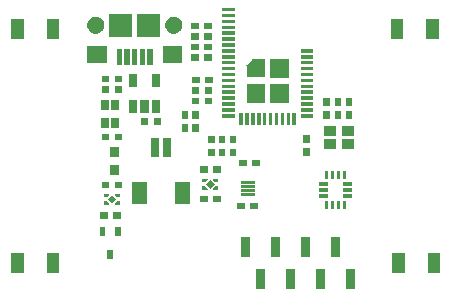
<source format=gbr>
G04 #@! TF.GenerationSoftware,KiCad,Pcbnew,(5.0.1-3-g963ef8bb5)*
G04 #@! TF.CreationDate,2019-06-21T09:31:58-10:00*
G04 #@! TF.ProjectId,OpenHAK_03,4F70656E48414B5F30332E6B69636164,rev?*
G04 #@! TF.SameCoordinates,Original*
G04 #@! TF.FileFunction,Soldermask,Top*
G04 #@! TF.FilePolarity,Negative*
%FSLAX46Y46*%
G04 Gerber Fmt 4.6, Leading zero omitted, Abs format (unit mm)*
G04 Created by KiCad (PCBNEW (5.0.1-3-g963ef8bb5)) date Friday, June 21, 2019 at 09:31:58 AM*
%MOMM*%
%LPD*%
G01*
G04 APERTURE LIST*
%ADD10C,0.100000*%
G04 APERTURE END LIST*
D10*
G36*
X151325880Y-110313860D02*
X150545880Y-110313860D01*
X150545880Y-108573860D01*
X151325880Y-108573860D01*
X151325880Y-110313860D01*
X151325880Y-110313860D01*
G37*
G36*
X148785880Y-110313860D02*
X148005880Y-110313860D01*
X148005880Y-108573860D01*
X148785880Y-108573860D01*
X148785880Y-110313860D01*
X148785880Y-110313860D01*
G37*
G36*
X146245880Y-110313860D02*
X145465880Y-110313860D01*
X145465880Y-108573860D01*
X146245880Y-108573860D01*
X146245880Y-110313860D01*
X146245880Y-110313860D01*
G37*
G36*
X143705880Y-110313860D02*
X142925880Y-110313860D01*
X142925880Y-108573860D01*
X143705880Y-108573860D01*
X143705880Y-110313860D01*
X143705880Y-110313860D01*
G37*
G36*
X123281880Y-108919860D02*
X122241880Y-108919860D01*
X122241880Y-107279860D01*
X123281880Y-107279860D01*
X123281880Y-108919860D01*
X123281880Y-108919860D01*
G37*
G36*
X155539880Y-108919860D02*
X154499880Y-108919860D01*
X154499880Y-107279860D01*
X155539880Y-107279860D01*
X155539880Y-108919860D01*
X155539880Y-108919860D01*
G37*
G36*
X158539880Y-108919860D02*
X157499880Y-108919860D01*
X157499880Y-107279860D01*
X158539880Y-107279860D01*
X158539880Y-108919860D01*
X158539880Y-108919860D01*
G37*
G36*
X126281880Y-108919860D02*
X125241880Y-108919860D01*
X125241880Y-107279860D01*
X126281880Y-107279860D01*
X126281880Y-108919860D01*
X126281880Y-108919860D01*
G37*
G36*
X130860880Y-107763860D02*
X130370880Y-107763860D01*
X130370880Y-107023860D01*
X130860880Y-107023860D01*
X130860880Y-107763860D01*
X130860880Y-107763860D01*
G37*
G36*
X144975880Y-107613860D02*
X144195880Y-107613860D01*
X144195880Y-105873860D01*
X144975880Y-105873860D01*
X144975880Y-107613860D01*
X144975880Y-107613860D01*
G37*
G36*
X150055880Y-107613860D02*
X149275880Y-107613860D01*
X149275880Y-105873860D01*
X150055880Y-105873860D01*
X150055880Y-107613860D01*
X150055880Y-107613860D01*
G37*
G36*
X147515880Y-107613860D02*
X146735880Y-107613860D01*
X146735880Y-105873860D01*
X147515880Y-105873860D01*
X147515880Y-107613860D01*
X147515880Y-107613860D01*
G37*
G36*
X142435880Y-107613860D02*
X141655880Y-107613860D01*
X141655880Y-105873860D01*
X142435880Y-105873860D01*
X142435880Y-107613860D01*
X142435880Y-107613860D01*
G37*
G36*
X130210880Y-105763860D02*
X129720880Y-105763860D01*
X129720880Y-105023860D01*
X130210880Y-105023860D01*
X130210880Y-105763860D01*
X130210880Y-105763860D01*
G37*
G36*
X131510880Y-105763860D02*
X131020880Y-105763860D01*
X131020880Y-105023860D01*
X131510880Y-105023860D01*
X131510880Y-105763860D01*
X131510880Y-105763860D01*
G37*
G36*
X130385880Y-104338860D02*
X129745880Y-104338860D01*
X129745880Y-103798860D01*
X130385880Y-103798860D01*
X130385880Y-104338860D01*
X130385880Y-104338860D01*
G37*
G36*
X131485880Y-104338860D02*
X130845880Y-104338860D01*
X130845880Y-103798860D01*
X131485880Y-103798860D01*
X131485880Y-104338860D01*
X131485880Y-104338860D01*
G37*
G36*
X150585880Y-103513860D02*
X150295880Y-103513860D01*
X150295880Y-102798860D01*
X150585880Y-102798860D01*
X150585880Y-103513860D01*
X150585880Y-103513860D01*
G37*
G36*
X142010880Y-103513860D02*
X141370880Y-103513860D01*
X141370880Y-102973860D01*
X142010880Y-102973860D01*
X142010880Y-103513860D01*
X142010880Y-103513860D01*
G37*
G36*
X149085880Y-103513860D02*
X148795880Y-103513860D01*
X148795880Y-102798860D01*
X149085880Y-102798860D01*
X149085880Y-103513860D01*
X149085880Y-103513860D01*
G37*
G36*
X149585880Y-103513860D02*
X149295880Y-103513860D01*
X149295880Y-102798860D01*
X149585880Y-102798860D01*
X149585880Y-103513860D01*
X149585880Y-103513860D01*
G37*
G36*
X150085880Y-103513860D02*
X149795880Y-103513860D01*
X149795880Y-102798860D01*
X150085880Y-102798860D01*
X150085880Y-103513860D01*
X150085880Y-103513860D01*
G37*
G36*
X143110880Y-103513860D02*
X142470880Y-103513860D01*
X142470880Y-102973860D01*
X143110880Y-102973860D01*
X143110880Y-103513860D01*
X143110880Y-103513860D01*
G37*
G36*
X130339801Y-102861649D02*
X130343570Y-102862792D01*
X130346062Y-102864124D01*
X130346064Y-102864125D01*
X130347045Y-102864650D01*
X130351290Y-102868459D01*
X130352496Y-102869899D01*
X130353760Y-102871034D01*
X130529902Y-103081425D01*
X130532475Y-103085195D01*
X130533510Y-103086713D01*
X130535054Y-103090338D01*
X130535493Y-103092439D01*
X130536088Y-103095286D01*
X130536219Y-103097711D01*
X130536219Y-103128903D01*
X130535591Y-103135281D01*
X130534448Y-103139050D01*
X130532589Y-103142527D01*
X130530091Y-103145571D01*
X130527047Y-103148069D01*
X130523570Y-103149928D01*
X130519801Y-103151071D01*
X130513423Y-103151699D01*
X130113337Y-103151699D01*
X130106959Y-103151071D01*
X130103190Y-103149928D01*
X130099713Y-103148069D01*
X130096669Y-103145571D01*
X130094171Y-103142527D01*
X130092312Y-103139050D01*
X130091169Y-103135281D01*
X130090541Y-103128903D01*
X130090541Y-102883817D01*
X130091169Y-102877439D01*
X130092312Y-102873670D01*
X130094171Y-102870193D01*
X130096669Y-102867149D01*
X130099713Y-102864651D01*
X130103190Y-102862792D01*
X130106959Y-102861649D01*
X130113337Y-102861021D01*
X130333423Y-102861021D01*
X130339801Y-102861649D01*
X130339801Y-102861649D01*
G37*
G36*
X131424801Y-102861649D02*
X131428570Y-102862792D01*
X131432047Y-102864651D01*
X131435091Y-102867149D01*
X131437589Y-102870193D01*
X131439448Y-102873670D01*
X131440591Y-102877439D01*
X131441219Y-102883817D01*
X131441219Y-103128903D01*
X131440591Y-103135281D01*
X131439448Y-103139050D01*
X131437589Y-103142527D01*
X131435091Y-103145571D01*
X131432047Y-103148069D01*
X131428570Y-103149928D01*
X131424801Y-103151071D01*
X131418423Y-103151699D01*
X131018337Y-103151699D01*
X131011959Y-103151071D01*
X131008190Y-103149928D01*
X131004713Y-103148069D01*
X131001669Y-103145571D01*
X130999171Y-103142527D01*
X130997312Y-103139050D01*
X130996169Y-103135281D01*
X130995541Y-103128903D01*
X130995541Y-103098817D01*
X130996169Y-103092439D01*
X130997312Y-103088670D01*
X130999697Y-103084209D01*
X131001144Y-103082278D01*
X131178711Y-102870184D01*
X131183283Y-102865701D01*
X131184888Y-102864651D01*
X131186580Y-102863544D01*
X131190235Y-102862072D01*
X131195880Y-102861263D01*
X131197755Y-102861263D01*
X131199444Y-102861021D01*
X131418423Y-102861021D01*
X131424801Y-102861649D01*
X131424801Y-102861649D01*
G37*
G36*
X133735880Y-103101360D02*
X132495880Y-103101360D01*
X132495880Y-101261360D01*
X133735880Y-101261360D01*
X133735880Y-103101360D01*
X133735880Y-103101360D01*
G37*
G36*
X137335880Y-103101360D02*
X136095880Y-103101360D01*
X136095880Y-101261360D01*
X137335880Y-101261360D01*
X137335880Y-103101360D01*
X137335880Y-103101360D01*
G37*
G36*
X131133576Y-102693860D02*
X130765880Y-103061556D01*
X130398184Y-102693860D01*
X130765880Y-102326164D01*
X131133576Y-102693860D01*
X131133576Y-102693860D01*
G37*
G36*
X139960880Y-102938860D02*
X139320880Y-102938860D01*
X139320880Y-102398860D01*
X139960880Y-102398860D01*
X139960880Y-102938860D01*
X139960880Y-102938860D01*
G37*
G36*
X138860880Y-102938860D02*
X138220880Y-102938860D01*
X138220880Y-102398860D01*
X138860880Y-102398860D01*
X138860880Y-102938860D01*
X138860880Y-102938860D01*
G37*
G36*
X151060880Y-102538860D02*
X150345880Y-102538860D01*
X150345880Y-102248860D01*
X151060880Y-102248860D01*
X151060880Y-102538860D01*
X151060880Y-102538860D01*
G37*
G36*
X149035880Y-102538860D02*
X148320880Y-102538860D01*
X148320880Y-102248860D01*
X149035880Y-102248860D01*
X149035880Y-102538860D01*
X149035880Y-102538860D01*
G37*
G36*
X130519801Y-102236649D02*
X130523570Y-102237792D01*
X130527047Y-102239651D01*
X130530091Y-102242149D01*
X130532589Y-102245193D01*
X130534448Y-102248670D01*
X130535591Y-102252439D01*
X130536219Y-102258817D01*
X130536219Y-102288903D01*
X130535591Y-102295281D01*
X130534448Y-102299050D01*
X130532063Y-102303511D01*
X130530616Y-102305442D01*
X130353049Y-102517536D01*
X130351291Y-102519260D01*
X130351290Y-102519261D01*
X130348477Y-102522019D01*
X130345180Y-102524176D01*
X130341525Y-102525648D01*
X130335880Y-102526457D01*
X130334005Y-102526457D01*
X130332316Y-102526699D01*
X130113337Y-102526699D01*
X130106959Y-102526071D01*
X130103190Y-102524928D01*
X130099713Y-102523069D01*
X130096669Y-102520571D01*
X130094171Y-102517527D01*
X130092312Y-102514050D01*
X130091169Y-102510281D01*
X130090541Y-102503903D01*
X130090541Y-102258817D01*
X130091169Y-102252439D01*
X130092312Y-102248670D01*
X130094171Y-102245193D01*
X130096669Y-102242149D01*
X130099713Y-102239651D01*
X130103190Y-102237792D01*
X130106959Y-102236649D01*
X130113337Y-102236021D01*
X130513423Y-102236021D01*
X130519801Y-102236649D01*
X130519801Y-102236649D01*
G37*
G36*
X131424801Y-102236649D02*
X131428570Y-102237792D01*
X131432047Y-102239651D01*
X131435091Y-102242149D01*
X131437589Y-102245193D01*
X131439448Y-102248670D01*
X131440591Y-102252439D01*
X131441219Y-102258817D01*
X131441219Y-102503903D01*
X131440591Y-102510281D01*
X131439448Y-102514050D01*
X131437589Y-102517527D01*
X131435091Y-102520571D01*
X131432047Y-102523069D01*
X131428570Y-102524928D01*
X131424801Y-102526071D01*
X131418423Y-102526699D01*
X131198337Y-102526699D01*
X131191959Y-102526071D01*
X131188190Y-102524928D01*
X131185698Y-102523596D01*
X131185696Y-102523595D01*
X131184715Y-102523070D01*
X131180470Y-102519261D01*
X131179264Y-102517821D01*
X131178000Y-102516686D01*
X131001858Y-102306295D01*
X130998251Y-102301009D01*
X130997417Y-102299051D01*
X130996706Y-102297382D01*
X130995900Y-102293526D01*
X130995900Y-102293524D01*
X130995672Y-102292434D01*
X130995541Y-102290009D01*
X130995541Y-102258817D01*
X130996169Y-102252439D01*
X130997312Y-102248670D01*
X130999171Y-102245193D01*
X131001669Y-102242149D01*
X131004713Y-102239651D01*
X131008190Y-102237792D01*
X131011959Y-102236649D01*
X131018337Y-102236021D01*
X131418423Y-102236021D01*
X131424801Y-102236649D01*
X131424801Y-102236649D01*
G37*
G36*
X142910880Y-102438860D02*
X141670880Y-102438860D01*
X141670880Y-102198860D01*
X142910880Y-102198860D01*
X142910880Y-102438860D01*
X142910880Y-102438860D01*
G37*
G36*
X142910880Y-102088860D02*
X141670880Y-102088860D01*
X141670880Y-101848860D01*
X142910880Y-101848860D01*
X142910880Y-102088860D01*
X142910880Y-102088860D01*
G37*
G36*
X151060880Y-102038860D02*
X150345880Y-102038860D01*
X150345880Y-101748860D01*
X151060880Y-101748860D01*
X151060880Y-102038860D01*
X151060880Y-102038860D01*
G37*
G36*
X149035880Y-102038860D02*
X148320880Y-102038860D01*
X148320880Y-101748860D01*
X149035880Y-101748860D01*
X149035880Y-102038860D01*
X149035880Y-102038860D01*
G37*
G36*
X139749801Y-101586650D02*
X139753570Y-101587793D01*
X139757047Y-101589652D01*
X139760091Y-101592150D01*
X139762589Y-101595194D01*
X139764448Y-101598671D01*
X139765591Y-101602440D01*
X139766219Y-101608818D01*
X139766219Y-101853904D01*
X139765591Y-101860282D01*
X139764448Y-101864051D01*
X139762589Y-101867528D01*
X139760091Y-101870572D01*
X139757047Y-101873070D01*
X139753570Y-101874929D01*
X139749801Y-101876072D01*
X139743423Y-101876700D01*
X139343337Y-101876700D01*
X139336959Y-101876072D01*
X139333190Y-101874929D01*
X139329713Y-101873070D01*
X139326669Y-101870572D01*
X139324171Y-101867528D01*
X139322312Y-101864051D01*
X139321169Y-101860282D01*
X139320541Y-101853904D01*
X139320541Y-101823818D01*
X139321169Y-101817440D01*
X139322312Y-101813671D01*
X139324697Y-101809210D01*
X139326144Y-101807279D01*
X139503711Y-101595185D01*
X139508283Y-101590702D01*
X139509888Y-101589652D01*
X139511580Y-101588545D01*
X139515235Y-101587073D01*
X139520880Y-101586264D01*
X139522755Y-101586264D01*
X139524444Y-101586022D01*
X139743423Y-101586022D01*
X139749801Y-101586650D01*
X139749801Y-101586650D01*
G37*
G36*
X138664801Y-101586650D02*
X138668570Y-101587793D01*
X138671062Y-101589125D01*
X138671064Y-101589126D01*
X138672045Y-101589651D01*
X138676290Y-101593460D01*
X138677496Y-101594900D01*
X138678760Y-101596035D01*
X138854902Y-101806426D01*
X138857475Y-101810196D01*
X138858510Y-101811714D01*
X138860054Y-101815339D01*
X138860493Y-101817440D01*
X138861088Y-101820287D01*
X138861219Y-101822712D01*
X138861219Y-101853904D01*
X138860591Y-101860282D01*
X138859448Y-101864051D01*
X138857589Y-101867528D01*
X138855091Y-101870572D01*
X138852047Y-101873070D01*
X138848570Y-101874929D01*
X138844801Y-101876072D01*
X138838423Y-101876700D01*
X138438337Y-101876700D01*
X138431959Y-101876072D01*
X138428190Y-101874929D01*
X138424713Y-101873070D01*
X138421669Y-101870572D01*
X138419171Y-101867528D01*
X138417312Y-101864051D01*
X138416169Y-101860282D01*
X138415541Y-101853904D01*
X138415541Y-101608818D01*
X138416169Y-101602440D01*
X138417312Y-101598671D01*
X138419171Y-101595194D01*
X138421669Y-101592150D01*
X138424713Y-101589652D01*
X138428190Y-101587793D01*
X138431959Y-101586650D01*
X138438337Y-101586022D01*
X138658423Y-101586022D01*
X138664801Y-101586650D01*
X138664801Y-101586650D01*
G37*
G36*
X139458576Y-101418861D02*
X139090880Y-101786557D01*
X138723184Y-101418861D01*
X139090880Y-101051165D01*
X139458576Y-101418861D01*
X139458576Y-101418861D01*
G37*
G36*
X131635880Y-101763860D02*
X130995880Y-101763860D01*
X130995880Y-101223860D01*
X131635880Y-101223860D01*
X131635880Y-101763860D01*
X131635880Y-101763860D01*
G37*
G36*
X130535880Y-101763860D02*
X129895880Y-101763860D01*
X129895880Y-101223860D01*
X130535880Y-101223860D01*
X130535880Y-101763860D01*
X130535880Y-101763860D01*
G37*
G36*
X142910880Y-101738860D02*
X141670880Y-101738860D01*
X141670880Y-101498860D01*
X142910880Y-101498860D01*
X142910880Y-101738860D01*
X142910880Y-101738860D01*
G37*
G36*
X151060880Y-101538860D02*
X150345880Y-101538860D01*
X150345880Y-101248860D01*
X151060880Y-101248860D01*
X151060880Y-101538860D01*
X151060880Y-101538860D01*
G37*
G36*
X149035880Y-101538860D02*
X148320880Y-101538860D01*
X148320880Y-101248860D01*
X149035880Y-101248860D01*
X149035880Y-101538860D01*
X149035880Y-101538860D01*
G37*
G36*
X142910880Y-101388860D02*
X141670880Y-101388860D01*
X141670880Y-101148860D01*
X142910880Y-101148860D01*
X142910880Y-101388860D01*
X142910880Y-101388860D01*
G37*
G36*
X139749801Y-100961650D02*
X139753570Y-100962793D01*
X139757047Y-100964652D01*
X139760091Y-100967150D01*
X139762589Y-100970194D01*
X139764448Y-100973671D01*
X139765591Y-100977440D01*
X139766219Y-100983818D01*
X139766219Y-101228904D01*
X139765591Y-101235282D01*
X139764448Y-101239051D01*
X139762589Y-101242528D01*
X139760091Y-101245572D01*
X139757047Y-101248070D01*
X139753570Y-101249929D01*
X139749801Y-101251072D01*
X139743423Y-101251700D01*
X139523337Y-101251700D01*
X139516959Y-101251072D01*
X139513190Y-101249929D01*
X139510698Y-101248597D01*
X139510696Y-101248596D01*
X139509715Y-101248071D01*
X139505470Y-101244262D01*
X139504264Y-101242822D01*
X139503000Y-101241687D01*
X139326858Y-101031296D01*
X139323251Y-101026010D01*
X139322417Y-101024052D01*
X139321706Y-101022383D01*
X139320900Y-101018527D01*
X139320900Y-101018525D01*
X139320672Y-101017435D01*
X139320541Y-101015010D01*
X139320541Y-100983818D01*
X139321169Y-100977440D01*
X139322312Y-100973671D01*
X139324171Y-100970194D01*
X139326669Y-100967150D01*
X139329713Y-100964652D01*
X139333190Y-100962793D01*
X139336959Y-100961650D01*
X139343337Y-100961022D01*
X139743423Y-100961022D01*
X139749801Y-100961650D01*
X139749801Y-100961650D01*
G37*
G36*
X138844801Y-100961650D02*
X138848570Y-100962793D01*
X138852047Y-100964652D01*
X138855091Y-100967150D01*
X138857589Y-100970194D01*
X138859448Y-100973671D01*
X138860591Y-100977440D01*
X138861219Y-100983818D01*
X138861219Y-101013904D01*
X138860591Y-101020282D01*
X138859448Y-101024051D01*
X138857063Y-101028512D01*
X138855616Y-101030443D01*
X138678049Y-101242537D01*
X138676291Y-101244261D01*
X138676290Y-101244262D01*
X138673477Y-101247020D01*
X138670180Y-101249177D01*
X138666525Y-101250649D01*
X138660880Y-101251458D01*
X138659005Y-101251458D01*
X138657316Y-101251700D01*
X138438337Y-101251700D01*
X138431959Y-101251072D01*
X138428190Y-101249929D01*
X138424713Y-101248070D01*
X138421669Y-101245572D01*
X138419171Y-101242528D01*
X138417312Y-101239051D01*
X138416169Y-101235282D01*
X138415541Y-101228904D01*
X138415541Y-100983818D01*
X138416169Y-100977440D01*
X138417312Y-100973671D01*
X138419171Y-100970194D01*
X138421669Y-100967150D01*
X138424713Y-100964652D01*
X138428190Y-100962793D01*
X138431959Y-100961650D01*
X138438337Y-100961022D01*
X138838423Y-100961022D01*
X138844801Y-100961650D01*
X138844801Y-100961650D01*
G37*
G36*
X150585880Y-100988860D02*
X150295880Y-100988860D01*
X150295880Y-100273860D01*
X150585880Y-100273860D01*
X150585880Y-100988860D01*
X150585880Y-100988860D01*
G37*
G36*
X150085880Y-100988860D02*
X149795880Y-100988860D01*
X149795880Y-100273860D01*
X150085880Y-100273860D01*
X150085880Y-100988860D01*
X150085880Y-100988860D01*
G37*
G36*
X149585880Y-100988860D02*
X149295880Y-100988860D01*
X149295880Y-100273860D01*
X149585880Y-100273860D01*
X149585880Y-100988860D01*
X149585880Y-100988860D01*
G37*
G36*
X149085880Y-100988860D02*
X148795880Y-100988860D01*
X148795880Y-100273860D01*
X149085880Y-100273860D01*
X149085880Y-100988860D01*
X149085880Y-100988860D01*
G37*
G36*
X131385880Y-100638860D02*
X130595880Y-100638860D01*
X130595880Y-99798860D01*
X131385880Y-99798860D01*
X131385880Y-100638860D01*
X131385880Y-100638860D01*
G37*
G36*
X139960880Y-100438860D02*
X139320880Y-100438860D01*
X139320880Y-99898860D01*
X139960880Y-99898860D01*
X139960880Y-100438860D01*
X139960880Y-100438860D01*
G37*
G36*
X138860880Y-100438860D02*
X138220880Y-100438860D01*
X138220880Y-99898860D01*
X138860880Y-99898860D01*
X138860880Y-100438860D01*
X138860880Y-100438860D01*
G37*
G36*
X142160880Y-99863860D02*
X141520880Y-99863860D01*
X141520880Y-99323860D01*
X142160880Y-99323860D01*
X142160880Y-99863860D01*
X142160880Y-99863860D01*
G37*
G36*
X143260880Y-99863860D02*
X142620880Y-99863860D01*
X142620880Y-99323860D01*
X143260880Y-99323860D01*
X143260880Y-99863860D01*
X143260880Y-99863860D01*
G37*
G36*
X131385880Y-99138860D02*
X130595880Y-99138860D01*
X130595880Y-98298860D01*
X131385880Y-98298860D01*
X131385880Y-99138860D01*
X131385880Y-99138860D01*
G37*
G36*
X134735880Y-99101360D02*
X134095880Y-99101360D01*
X134095880Y-97511360D01*
X134735880Y-97511360D01*
X134735880Y-99101360D01*
X134735880Y-99101360D01*
G37*
G36*
X135735880Y-99101360D02*
X135095880Y-99101360D01*
X135095880Y-97511360D01*
X135735880Y-97511360D01*
X135735880Y-99101360D01*
X135735880Y-99101360D01*
G37*
G36*
X139460880Y-99063860D02*
X138920880Y-99063860D01*
X138920880Y-98423860D01*
X139460880Y-98423860D01*
X139460880Y-99063860D01*
X139460880Y-99063860D01*
G37*
G36*
X141260880Y-99063860D02*
X140720880Y-99063860D01*
X140720880Y-98423860D01*
X141260880Y-98423860D01*
X141260880Y-99063860D01*
X141260880Y-99063860D01*
G37*
G36*
X140360880Y-99063860D02*
X139820880Y-99063860D01*
X139820880Y-98423860D01*
X140360880Y-98423860D01*
X140360880Y-99063860D01*
X140360880Y-99063860D01*
G37*
G36*
X147510880Y-99013860D02*
X146970880Y-99013860D01*
X146970880Y-98373860D01*
X147510880Y-98373860D01*
X147510880Y-99013860D01*
X147510880Y-99013860D01*
G37*
G36*
X151260880Y-98413861D02*
X150220880Y-98413861D01*
X150220880Y-97573861D01*
X151260880Y-97573861D01*
X151260880Y-98413861D01*
X151260880Y-98413861D01*
G37*
G36*
X149760880Y-98413861D02*
X148720880Y-98413861D01*
X148720880Y-97573861D01*
X149760880Y-97573861D01*
X149760880Y-98413861D01*
X149760880Y-98413861D01*
G37*
G36*
X139460880Y-97963860D02*
X138920880Y-97963860D01*
X138920880Y-97323860D01*
X139460880Y-97323860D01*
X139460880Y-97963860D01*
X139460880Y-97963860D01*
G37*
G36*
X140360880Y-97963860D02*
X139820880Y-97963860D01*
X139820880Y-97323860D01*
X140360880Y-97323860D01*
X140360880Y-97963860D01*
X140360880Y-97963860D01*
G37*
G36*
X141260880Y-97963860D02*
X140720880Y-97963860D01*
X140720880Y-97323860D01*
X141260880Y-97323860D01*
X141260880Y-97963860D01*
X141260880Y-97963860D01*
G37*
G36*
X147510880Y-97913860D02*
X146970880Y-97913860D01*
X146970880Y-97273860D01*
X147510880Y-97273860D01*
X147510880Y-97913860D01*
X147510880Y-97913860D01*
G37*
G36*
X131635880Y-97663860D02*
X130995880Y-97663860D01*
X130995880Y-97123860D01*
X131635880Y-97123860D01*
X131635880Y-97663860D01*
X131635880Y-97663860D01*
G37*
G36*
X130535880Y-97663860D02*
X129895880Y-97663860D01*
X129895880Y-97123860D01*
X130535880Y-97123860D01*
X130535880Y-97663860D01*
X130535880Y-97663860D01*
G37*
G36*
X151260880Y-97313861D02*
X150220880Y-97313861D01*
X150220880Y-96473861D01*
X151260880Y-96473861D01*
X151260880Y-97313861D01*
X151260880Y-97313861D01*
G37*
G36*
X149760880Y-97313861D02*
X148720880Y-97313861D01*
X148720880Y-96473861D01*
X149760880Y-96473861D01*
X149760880Y-97313861D01*
X149760880Y-97313861D01*
G37*
G36*
X138110880Y-96963860D02*
X137570880Y-96963860D01*
X137570880Y-96323860D01*
X138110880Y-96323860D01*
X138110880Y-96963860D01*
X138110880Y-96963860D01*
G37*
G36*
X137210880Y-96963860D02*
X136670880Y-96963860D01*
X136670880Y-96323860D01*
X137210880Y-96323860D01*
X137210880Y-96963860D01*
X137210880Y-96963860D01*
G37*
G36*
X131360880Y-96638860D02*
X130670880Y-96638860D01*
X130670880Y-95798860D01*
X131360880Y-95798860D01*
X131360880Y-96638860D01*
X131360880Y-96638860D01*
G37*
G36*
X130510880Y-96638860D02*
X129820880Y-96638860D01*
X129820880Y-95798860D01*
X130510880Y-95798860D01*
X130510880Y-96638860D01*
X130510880Y-96638860D01*
G37*
G36*
X145837880Y-96433860D02*
X145543880Y-96433860D01*
X145543880Y-95393860D01*
X145837880Y-95393860D01*
X145837880Y-96433860D01*
X145837880Y-96433860D01*
G37*
G36*
X141837880Y-96433860D02*
X141543880Y-96433860D01*
X141543880Y-95393860D01*
X141837880Y-95393860D01*
X141837880Y-96433860D01*
X141837880Y-96433860D01*
G37*
G36*
X142337880Y-96433860D02*
X142043880Y-96433860D01*
X142043880Y-95393860D01*
X142337880Y-95393860D01*
X142337880Y-96433860D01*
X142337880Y-96433860D01*
G37*
G36*
X142837880Y-96433860D02*
X142543880Y-96433860D01*
X142543880Y-95393860D01*
X142837880Y-95393860D01*
X142837880Y-96433860D01*
X142837880Y-96433860D01*
G37*
G36*
X143337880Y-96433860D02*
X143043880Y-96433860D01*
X143043880Y-95393860D01*
X143337880Y-95393860D01*
X143337880Y-96433860D01*
X143337880Y-96433860D01*
G37*
G36*
X144837880Y-96433860D02*
X144543880Y-96433860D01*
X144543880Y-95393860D01*
X144837880Y-95393860D01*
X144837880Y-96433860D01*
X144837880Y-96433860D01*
G37*
G36*
X144337880Y-96433860D02*
X144043880Y-96433860D01*
X144043880Y-95393860D01*
X144337880Y-95393860D01*
X144337880Y-96433860D01*
X144337880Y-96433860D01*
G37*
G36*
X143837880Y-96433860D02*
X143543880Y-96433860D01*
X143543880Y-95393860D01*
X143837880Y-95393860D01*
X143837880Y-96433860D01*
X143837880Y-96433860D01*
G37*
G36*
X146337880Y-96433860D02*
X146043880Y-96433860D01*
X146043880Y-95393860D01*
X146337880Y-95393860D01*
X146337880Y-96433860D01*
X146337880Y-96433860D01*
G37*
G36*
X145337880Y-96433860D02*
X145043880Y-96433860D01*
X145043880Y-95393860D01*
X145337880Y-95393860D01*
X145337880Y-96433860D01*
X145337880Y-96433860D01*
G37*
G36*
X134935880Y-96363860D02*
X134295880Y-96363860D01*
X134295880Y-95823860D01*
X134935880Y-95823860D01*
X134935880Y-96363860D01*
X134935880Y-96363860D01*
G37*
G36*
X133835880Y-96363860D02*
X133195880Y-96363860D01*
X133195880Y-95823860D01*
X133835880Y-95823860D01*
X133835880Y-96363860D01*
X133835880Y-96363860D01*
G37*
G36*
X137210880Y-95863860D02*
X136670880Y-95863860D01*
X136670880Y-95223860D01*
X137210880Y-95223860D01*
X137210880Y-95863860D01*
X137210880Y-95863860D01*
G37*
G36*
X149210880Y-95863860D02*
X148670880Y-95863860D01*
X148670880Y-95223860D01*
X149210880Y-95223860D01*
X149210880Y-95863860D01*
X149210880Y-95863860D01*
G37*
G36*
X138110880Y-95863860D02*
X137570880Y-95863860D01*
X137570880Y-95223860D01*
X138110880Y-95223860D01*
X138110880Y-95863860D01*
X138110880Y-95863860D01*
G37*
G36*
X151110880Y-95863860D02*
X150570880Y-95863860D01*
X150570880Y-95223860D01*
X151110880Y-95223860D01*
X151110880Y-95863860D01*
X151110880Y-95863860D01*
G37*
G36*
X150160880Y-95863860D02*
X149620880Y-95863860D01*
X149620880Y-95223860D01*
X150160880Y-95223860D01*
X150160880Y-95863860D01*
X150160880Y-95863860D01*
G37*
G36*
X141155880Y-95770860D02*
X140115880Y-95770860D01*
X140115880Y-95476860D01*
X141155880Y-95476860D01*
X141155880Y-95770860D01*
X141155880Y-95770860D01*
G37*
G36*
X147765880Y-95770860D02*
X146725880Y-95770860D01*
X146725880Y-95476860D01*
X147765880Y-95476860D01*
X147765880Y-95770860D01*
X147765880Y-95770860D01*
G37*
G36*
X134810880Y-95343860D02*
X134120880Y-95343860D01*
X134120880Y-94243860D01*
X134810880Y-94243860D01*
X134810880Y-95343860D01*
X134810880Y-95343860D01*
G37*
G36*
X132910880Y-95343860D02*
X132220880Y-95343860D01*
X132220880Y-94243860D01*
X132910880Y-94243860D01*
X132910880Y-95343860D01*
X132910880Y-95343860D01*
G37*
G36*
X133860880Y-95343860D02*
X133170880Y-95343860D01*
X133170880Y-94243860D01*
X133860880Y-94243860D01*
X133860880Y-95343860D01*
X133860880Y-95343860D01*
G37*
G36*
X147765880Y-95270860D02*
X146725880Y-95270860D01*
X146725880Y-94976860D01*
X147765880Y-94976860D01*
X147765880Y-95270860D01*
X147765880Y-95270860D01*
G37*
G36*
X141155880Y-95270860D02*
X140115880Y-95270860D01*
X140115880Y-94976860D01*
X141155880Y-94976860D01*
X141155880Y-95270860D01*
X141155880Y-95270860D01*
G37*
G36*
X130510880Y-95138860D02*
X129820880Y-95138860D01*
X129820880Y-94298860D01*
X130510880Y-94298860D01*
X130510880Y-95138860D01*
X130510880Y-95138860D01*
G37*
G36*
X131360880Y-95138860D02*
X130670880Y-95138860D01*
X130670880Y-94298860D01*
X131360880Y-94298860D01*
X131360880Y-95138860D01*
X131360880Y-95138860D01*
G37*
G36*
X141155880Y-94770860D02*
X140115880Y-94770860D01*
X140115880Y-94476860D01*
X141155880Y-94476860D01*
X141155880Y-94770860D01*
X141155880Y-94770860D01*
G37*
G36*
X147765880Y-94770860D02*
X146725880Y-94770860D01*
X146725880Y-94476860D01*
X147765880Y-94476860D01*
X147765880Y-94770860D01*
X147765880Y-94770860D01*
G37*
G36*
X150160880Y-94763860D02*
X149620880Y-94763860D01*
X149620880Y-94123860D01*
X150160880Y-94123860D01*
X150160880Y-94763860D01*
X150160880Y-94763860D01*
G37*
G36*
X149210880Y-94763860D02*
X148670880Y-94763860D01*
X148670880Y-94123860D01*
X149210880Y-94123860D01*
X149210880Y-94763860D01*
X149210880Y-94763860D01*
G37*
G36*
X151110880Y-94763860D02*
X150570880Y-94763860D01*
X150570880Y-94123860D01*
X151110880Y-94123860D01*
X151110880Y-94763860D01*
X151110880Y-94763860D01*
G37*
G36*
X139270880Y-94663860D02*
X138630880Y-94663860D01*
X138630880Y-94123860D01*
X139270880Y-94123860D01*
X139270880Y-94663860D01*
X139270880Y-94663860D01*
G37*
G36*
X138170880Y-94663860D02*
X137530880Y-94663860D01*
X137530880Y-94123860D01*
X138170880Y-94123860D01*
X138170880Y-94663860D01*
X138170880Y-94663860D01*
G37*
G36*
X145710880Y-94503860D02*
X144170880Y-94503860D01*
X144170880Y-92963860D01*
X145710880Y-92963860D01*
X145710880Y-94503860D01*
X145710880Y-94503860D01*
G37*
G36*
X143710880Y-94503860D02*
X142170880Y-94503860D01*
X142170880Y-92963860D01*
X143710880Y-92963860D01*
X143710880Y-94503860D01*
X143710880Y-94503860D01*
G37*
G36*
X141155880Y-94270860D02*
X140115880Y-94270860D01*
X140115880Y-93976860D01*
X141155880Y-93976860D01*
X141155880Y-94270860D01*
X141155880Y-94270860D01*
G37*
G36*
X147765880Y-94270860D02*
X146725880Y-94270860D01*
X146725880Y-93976860D01*
X147765880Y-93976860D01*
X147765880Y-94270860D01*
X147765880Y-94270860D01*
G37*
G36*
X141155880Y-93770860D02*
X140115880Y-93770860D01*
X140115880Y-93476860D01*
X141155880Y-93476860D01*
X141155880Y-93770860D01*
X141155880Y-93770860D01*
G37*
G36*
X147765880Y-93770860D02*
X146725880Y-93770860D01*
X146725880Y-93476860D01*
X147765880Y-93476860D01*
X147765880Y-93770860D01*
X147765880Y-93770860D01*
G37*
G36*
X138160880Y-93763860D02*
X137520880Y-93763860D01*
X137520880Y-93223860D01*
X138160880Y-93223860D01*
X138160880Y-93763860D01*
X138160880Y-93763860D01*
G37*
G36*
X139260880Y-93763860D02*
X138620880Y-93763860D01*
X138620880Y-93223860D01*
X139260880Y-93223860D01*
X139260880Y-93763860D01*
X139260880Y-93763860D01*
G37*
G36*
X131635880Y-93663860D02*
X130995880Y-93663860D01*
X130995880Y-93123860D01*
X131635880Y-93123860D01*
X131635880Y-93663860D01*
X131635880Y-93663860D01*
G37*
G36*
X130535880Y-93663860D02*
X129895880Y-93663860D01*
X129895880Y-93123860D01*
X130535880Y-93123860D01*
X130535880Y-93663860D01*
X130535880Y-93663860D01*
G37*
G36*
X147765880Y-93270860D02*
X146725880Y-93270860D01*
X146725880Y-92976860D01*
X147765880Y-92976860D01*
X147765880Y-93270860D01*
X147765880Y-93270860D01*
G37*
G36*
X141155880Y-93270860D02*
X140115880Y-93270860D01*
X140115880Y-92976860D01*
X141155880Y-92976860D01*
X141155880Y-93270860D01*
X141155880Y-93270860D01*
G37*
G36*
X134810880Y-93143860D02*
X134120880Y-93143860D01*
X134120880Y-92043860D01*
X134810880Y-92043860D01*
X134810880Y-93143860D01*
X134810880Y-93143860D01*
G37*
G36*
X132910880Y-93143860D02*
X132220880Y-93143860D01*
X132220880Y-92043860D01*
X132910880Y-92043860D01*
X132910880Y-93143860D01*
X132910880Y-93143860D01*
G37*
G36*
X139280880Y-92863860D02*
X138640880Y-92863860D01*
X138640880Y-92323860D01*
X139280880Y-92323860D01*
X139280880Y-92863860D01*
X139280880Y-92863860D01*
G37*
G36*
X138180880Y-92863860D02*
X137540880Y-92863860D01*
X137540880Y-92323860D01*
X138180880Y-92323860D01*
X138180880Y-92863860D01*
X138180880Y-92863860D01*
G37*
G36*
X141155880Y-92770860D02*
X140115880Y-92770860D01*
X140115880Y-92476860D01*
X141155880Y-92476860D01*
X141155880Y-92770860D01*
X141155880Y-92770860D01*
G37*
G36*
X147765880Y-92770860D02*
X146725880Y-92770860D01*
X146725880Y-92476860D01*
X147765880Y-92476860D01*
X147765880Y-92770860D01*
X147765880Y-92770860D01*
G37*
G36*
X130535880Y-92763860D02*
X129895880Y-92763860D01*
X129895880Y-92223860D01*
X130535880Y-92223860D01*
X130535880Y-92763860D01*
X130535880Y-92763860D01*
G37*
G36*
X131635880Y-92763860D02*
X130995880Y-92763860D01*
X130995880Y-92223860D01*
X131635880Y-92223860D01*
X131635880Y-92763860D01*
X131635880Y-92763860D01*
G37*
G36*
X145710880Y-92383860D02*
X144170880Y-92383860D01*
X144170880Y-90843860D01*
X145710880Y-90843860D01*
X145710880Y-92383860D01*
X145710880Y-92383860D01*
G37*
G36*
X143705880Y-91253860D02*
X143706841Y-91263615D01*
X143709686Y-91272994D01*
X143710880Y-91275228D01*
X143710880Y-92353860D01*
X142170880Y-92353860D01*
X142170880Y-91408860D01*
X142169919Y-91399105D01*
X142167074Y-91389726D01*
X142162453Y-91381081D01*
X142156235Y-91373505D01*
X142148659Y-91367287D01*
X142140014Y-91362666D01*
X142135238Y-91361217D01*
X142156235Y-91340220D01*
X142162453Y-91332644D01*
X142167074Y-91323999D01*
X142169919Y-91314620D01*
X142170880Y-91304865D01*
X142170880Y-91303860D01*
X142171885Y-91303860D01*
X142181640Y-91302899D01*
X142191019Y-91300054D01*
X142199664Y-91295433D01*
X142207240Y-91289215D01*
X142641235Y-90855220D01*
X142646455Y-90848860D01*
X143705880Y-90848860D01*
X143705880Y-91253860D01*
X143705880Y-91253860D01*
G37*
G36*
X141155880Y-92270860D02*
X140115880Y-92270860D01*
X140115880Y-91976860D01*
X141155880Y-91976860D01*
X141155880Y-92270860D01*
X141155880Y-92270860D01*
G37*
G36*
X147765880Y-92270860D02*
X146725880Y-92270860D01*
X146725880Y-91976860D01*
X147765880Y-91976860D01*
X147765880Y-92270860D01*
X147765880Y-92270860D01*
G37*
G36*
X147765880Y-91770860D02*
X146725880Y-91770860D01*
X146725880Y-91476860D01*
X147765880Y-91476860D01*
X147765880Y-91770860D01*
X147765880Y-91770860D01*
G37*
G36*
X141155880Y-91770860D02*
X140115880Y-91770860D01*
X140115880Y-91476860D01*
X141155880Y-91476860D01*
X141155880Y-91770860D01*
X141155880Y-91770860D01*
G37*
G36*
X133554220Y-91315647D02*
X133114220Y-91315647D01*
X133114220Y-89925647D01*
X133554220Y-89925647D01*
X133554220Y-91315647D01*
X133554220Y-91315647D01*
G37*
G36*
X132904220Y-91315647D02*
X132464220Y-91315647D01*
X132464220Y-89925647D01*
X132904220Y-89925647D01*
X132904220Y-91315647D01*
X132904220Y-91315647D01*
G37*
G36*
X132254220Y-91315647D02*
X131814220Y-91315647D01*
X131814220Y-89925647D01*
X132254220Y-89925647D01*
X132254220Y-91315647D01*
X132254220Y-91315647D01*
G37*
G36*
X131604220Y-91315647D02*
X131164220Y-91315647D01*
X131164220Y-89925647D01*
X131604220Y-89925647D01*
X131604220Y-91315647D01*
X131604220Y-91315647D01*
G37*
G36*
X134204220Y-91315647D02*
X133764220Y-91315647D01*
X133764220Y-89925647D01*
X134204220Y-89925647D01*
X134204220Y-91315647D01*
X134204220Y-91315647D01*
G37*
G36*
X147765880Y-91270860D02*
X146725880Y-91270860D01*
X146725880Y-90976860D01*
X147765880Y-90976860D01*
X147765880Y-91270860D01*
X147765880Y-91270860D01*
G37*
G36*
X141155880Y-91270860D02*
X140115880Y-91270860D01*
X140115880Y-90976860D01*
X141155880Y-90976860D01*
X141155880Y-91270860D01*
X141155880Y-91270860D01*
G37*
G36*
X136704220Y-91115647D02*
X135064220Y-91115647D01*
X135064220Y-89675647D01*
X136704220Y-89675647D01*
X136704220Y-91115647D01*
X136704220Y-91115647D01*
G37*
G36*
X130304220Y-91115647D02*
X128664220Y-91115647D01*
X128664220Y-89675647D01*
X130304220Y-89675647D01*
X130304220Y-91115647D01*
X130304220Y-91115647D01*
G37*
G36*
X139210880Y-90963860D02*
X138570880Y-90963860D01*
X138570880Y-90423860D01*
X139210880Y-90423860D01*
X139210880Y-90963860D01*
X139210880Y-90963860D01*
G37*
G36*
X138110880Y-90963860D02*
X137470880Y-90963860D01*
X137470880Y-90423860D01*
X138110880Y-90423860D01*
X138110880Y-90963860D01*
X138110880Y-90963860D01*
G37*
G36*
X141155880Y-90770860D02*
X140115880Y-90770860D01*
X140115880Y-90476860D01*
X141155880Y-90476860D01*
X141155880Y-90770860D01*
X141155880Y-90770860D01*
G37*
G36*
X147765880Y-90770860D02*
X146725880Y-90770860D01*
X146725880Y-90476860D01*
X147765880Y-90476860D01*
X147765880Y-90770860D01*
X147765880Y-90770860D01*
G37*
G36*
X141155880Y-90270860D02*
X140115880Y-90270860D01*
X140115880Y-89976860D01*
X141155880Y-89976860D01*
X141155880Y-90270860D01*
X141155880Y-90270860D01*
G37*
G36*
X147765880Y-90270860D02*
X146725880Y-90270860D01*
X146725880Y-89976860D01*
X147765880Y-89976860D01*
X147765880Y-90270860D01*
X147765880Y-90270860D01*
G37*
G36*
X138110880Y-90063860D02*
X137470880Y-90063860D01*
X137470880Y-89523860D01*
X138110880Y-89523860D01*
X138110880Y-90063860D01*
X138110880Y-90063860D01*
G37*
G36*
X139210880Y-90063860D02*
X138570880Y-90063860D01*
X138570880Y-89523860D01*
X139210880Y-89523860D01*
X139210880Y-90063860D01*
X139210880Y-90063860D01*
G37*
G36*
X141155880Y-89770860D02*
X140115880Y-89770860D01*
X140115880Y-89476860D01*
X141155880Y-89476860D01*
X141155880Y-89770860D01*
X141155880Y-89770860D01*
G37*
G36*
X141155880Y-89270860D02*
X140115880Y-89270860D01*
X140115880Y-88976860D01*
X141155880Y-88976860D01*
X141155880Y-89270860D01*
X141155880Y-89270860D01*
G37*
G36*
X139210880Y-89163860D02*
X138570880Y-89163860D01*
X138570880Y-88623860D01*
X139210880Y-88623860D01*
X139210880Y-89163860D01*
X139210880Y-89163860D01*
G37*
G36*
X138110880Y-89163860D02*
X137470880Y-89163860D01*
X137470880Y-88623860D01*
X138110880Y-88623860D01*
X138110880Y-89163860D01*
X138110880Y-89163860D01*
G37*
G36*
X158412880Y-89107860D02*
X157372880Y-89107860D01*
X157372880Y-87467860D01*
X158412880Y-87467860D01*
X158412880Y-89107860D01*
X158412880Y-89107860D01*
G37*
G36*
X126281880Y-89107860D02*
X125241880Y-89107860D01*
X125241880Y-87467860D01*
X126281880Y-87467860D01*
X126281880Y-89107860D01*
X126281880Y-89107860D01*
G37*
G36*
X123281880Y-89107860D02*
X122241880Y-89107860D01*
X122241880Y-87467860D01*
X123281880Y-87467860D01*
X123281880Y-89107860D01*
X123281880Y-89107860D01*
G37*
G36*
X155412880Y-89107860D02*
X154372880Y-89107860D01*
X154372880Y-87467860D01*
X155412880Y-87467860D01*
X155412880Y-89107860D01*
X155412880Y-89107860D01*
G37*
G36*
X132454220Y-88915647D02*
X130514220Y-88915647D01*
X130514220Y-86975647D01*
X132454220Y-86975647D01*
X132454220Y-88915647D01*
X132454220Y-88915647D01*
G37*
G36*
X134854220Y-88915647D02*
X132914220Y-88915647D01*
X132914220Y-86975647D01*
X134854220Y-86975647D01*
X134854220Y-88915647D01*
X134854220Y-88915647D01*
G37*
G36*
X141155880Y-88770860D02*
X140115880Y-88770860D01*
X140115880Y-88476860D01*
X141155880Y-88476860D01*
X141155880Y-88770860D01*
X141155880Y-88770860D01*
G37*
G36*
X136125364Y-87236065D02*
X136261085Y-87277235D01*
X136386167Y-87344093D01*
X136495800Y-87434067D01*
X136585774Y-87543700D01*
X136652632Y-87668782D01*
X136693802Y-87804503D01*
X136707703Y-87945647D01*
X136693802Y-88086791D01*
X136652632Y-88222512D01*
X136585774Y-88347594D01*
X136495800Y-88457227D01*
X136386167Y-88547201D01*
X136261085Y-88614059D01*
X136125364Y-88655229D01*
X136019586Y-88665647D01*
X135948854Y-88665647D01*
X135843076Y-88655229D01*
X135707355Y-88614059D01*
X135582273Y-88547201D01*
X135472640Y-88457227D01*
X135382666Y-88347594D01*
X135315808Y-88222512D01*
X135274638Y-88086791D01*
X135260737Y-87945647D01*
X135274638Y-87804503D01*
X135315808Y-87668782D01*
X135382666Y-87543700D01*
X135472640Y-87434067D01*
X135582273Y-87344093D01*
X135707355Y-87277235D01*
X135843076Y-87236065D01*
X135948854Y-87225647D01*
X136019586Y-87225647D01*
X136125364Y-87236065D01*
X136125364Y-87236065D01*
G37*
G36*
X129525364Y-87236065D02*
X129661085Y-87277235D01*
X129786167Y-87344093D01*
X129895800Y-87434067D01*
X129985774Y-87543700D01*
X130052632Y-87668782D01*
X130093802Y-87804503D01*
X130107703Y-87945647D01*
X130093802Y-88086791D01*
X130052632Y-88222512D01*
X129985774Y-88347594D01*
X129895800Y-88457227D01*
X129786167Y-88547201D01*
X129661085Y-88614059D01*
X129525364Y-88655229D01*
X129419586Y-88665647D01*
X129348854Y-88665647D01*
X129243076Y-88655229D01*
X129107355Y-88614059D01*
X128982273Y-88547201D01*
X128872640Y-88457227D01*
X128782666Y-88347594D01*
X128715808Y-88222512D01*
X128674638Y-88086791D01*
X128660737Y-87945647D01*
X128674638Y-87804503D01*
X128715808Y-87668782D01*
X128782666Y-87543700D01*
X128872640Y-87434067D01*
X128982273Y-87344093D01*
X129107355Y-87277235D01*
X129243076Y-87236065D01*
X129348854Y-87225647D01*
X129419586Y-87225647D01*
X129525364Y-87236065D01*
X129525364Y-87236065D01*
G37*
G36*
X141155880Y-88270860D02*
X140115880Y-88270860D01*
X140115880Y-87976860D01*
X141155880Y-87976860D01*
X141155880Y-88270860D01*
X141155880Y-88270860D01*
G37*
G36*
X139210880Y-88263860D02*
X138570880Y-88263860D01*
X138570880Y-87723860D01*
X139210880Y-87723860D01*
X139210880Y-88263860D01*
X139210880Y-88263860D01*
G37*
G36*
X138110880Y-88263860D02*
X137470880Y-88263860D01*
X137470880Y-87723860D01*
X138110880Y-87723860D01*
X138110880Y-88263860D01*
X138110880Y-88263860D01*
G37*
G36*
X141155880Y-87770860D02*
X140115880Y-87770860D01*
X140115880Y-87476860D01*
X141155880Y-87476860D01*
X141155880Y-87770860D01*
X141155880Y-87770860D01*
G37*
G36*
X141155880Y-87270860D02*
X140115880Y-87270860D01*
X140115880Y-86976860D01*
X141155880Y-86976860D01*
X141155880Y-87270860D01*
X141155880Y-87270860D01*
G37*
G36*
X141155880Y-86770860D02*
X140115880Y-86770860D01*
X140115880Y-86476860D01*
X141155880Y-86476860D01*
X141155880Y-86770860D01*
X141155880Y-86770860D01*
G37*
M02*

</source>
